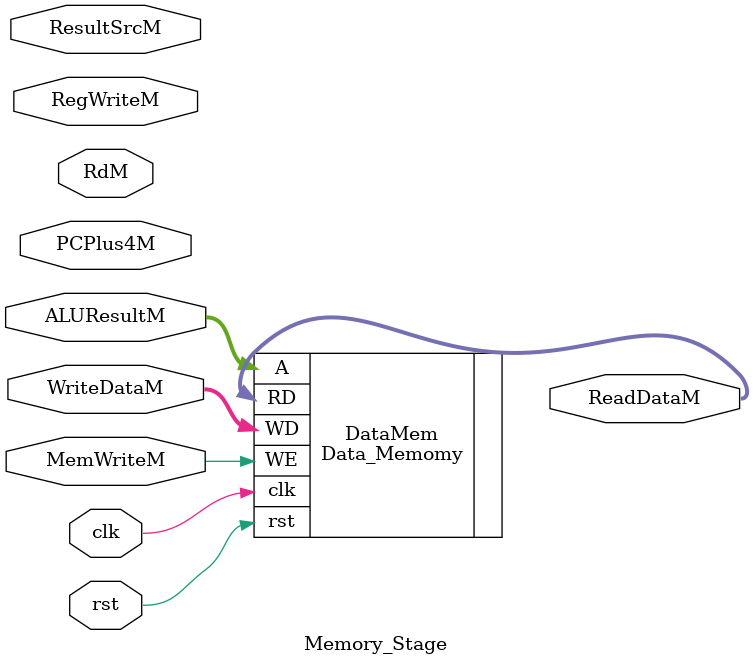
<source format=sv>
`timescale 1ns / 1ps
`include "Data_Memomy.sv"


module Memory_Stage(
	input clk, rst,									//verificar si es necesario el rst
	inout logic RegWriteM,
	inout logic [1:0] ResultSrcM,
	input logic MemWriteM,							//Fin control signals
	inout logic [31:0] ALUResultM, 
	input logic [31:0] WriteDataM,
	output logic [31:0] ReadDataM,
	inout logic [4:0] RdM,
	inout logic [31:0] PCPlus4M
);

	Data_Memomy DataMem(
		.clk(clk),
		.rst(rst),									//verificar si es necesario el rst
		.WE(MemWriteM),
		.WD(WriteDataM),
		.A(ALUResultM),
		.RD(ReadDataM),
	);
	
endmodule
</source>
